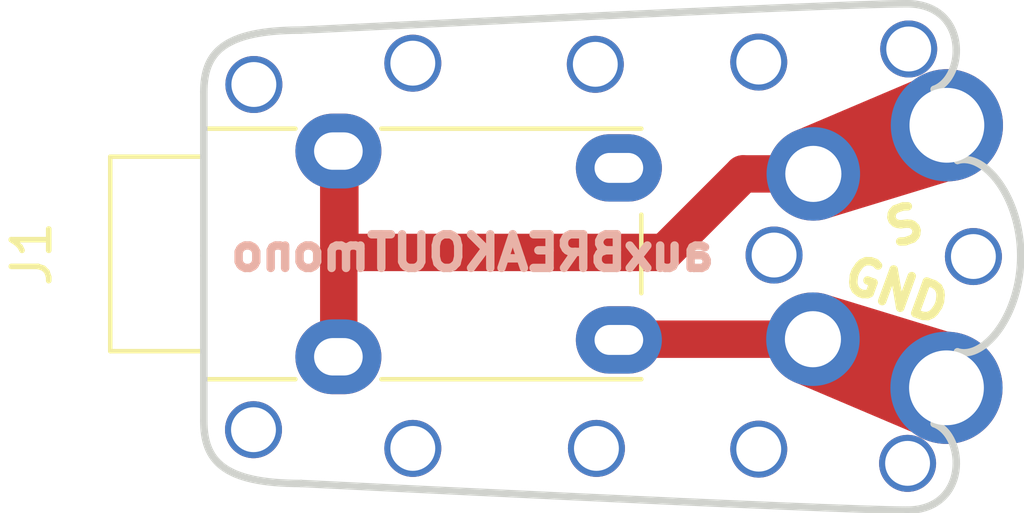
<source format=kicad_pcb>
(kicad_pcb (version 20171130) (host pcbnew "(5.1.10-1-10_14)")

  (general
    (thickness 1.6)
    (drawings 157)
    (tracks 10)
    (zones 0)
    (modules 15)
    (nets 4)
  )

  (page A4)
  (layers
    (0 F.Cu signal)
    (31 B.Cu signal)
    (32 B.Adhes user)
    (33 F.Adhes user)
    (34 B.Paste user)
    (35 F.Paste user)
    (36 B.SilkS user)
    (37 F.SilkS user)
    (38 B.Mask user)
    (39 F.Mask user)
    (40 Dwgs.User user hide)
    (41 Cmts.User user)
    (42 Eco1.User user)
    (43 Eco2.User user)
    (44 Edge.Cuts user)
    (45 Margin user)
    (46 B.CrtYd user hide)
    (47 F.CrtYd user hide)
    (48 B.Fab user hide)
    (49 F.Fab user hide)
  )

  (setup
    (last_trace_width 0.25)
    (user_trace_width 1)
    (trace_clearance 0.2)
    (zone_clearance 0.508)
    (zone_45_only no)
    (trace_min 0.2)
    (via_size 0.8)
    (via_drill 0.4)
    (via_min_size 0.4)
    (via_min_drill 0.3)
    (uvia_size 0.3)
    (uvia_drill 0.1)
    (uvias_allowed no)
    (uvia_min_size 0.2)
    (uvia_min_drill 0.1)
    (edge_width 0.05)
    (segment_width 0.2)
    (pcb_text_width 0.3)
    (pcb_text_size 1.5 1.5)
    (mod_edge_width 0.12)
    (mod_text_size 1 1)
    (mod_text_width 0.15)
    (pad_size 1.524 1.524)
    (pad_drill 1.2)
    (pad_to_mask_clearance 0)
    (aux_axis_origin 0 0)
    (visible_elements FFFFFF7F)
    (pcbplotparams
      (layerselection 0x010fc_ffffffff)
      (usegerberextensions false)
      (usegerberattributes true)
      (usegerberadvancedattributes true)
      (creategerberjobfile true)
      (excludeedgelayer true)
      (linewidth 0.100000)
      (plotframeref false)
      (viasonmask false)
      (mode 1)
      (useauxorigin false)
      (hpglpennumber 1)
      (hpglpenspeed 20)
      (hpglpendiameter 15.000000)
      (psnegative false)
      (psa4output false)
      (plotreference true)
      (plotvalue true)
      (plotinvisibletext false)
      (padsonsilk false)
      (subtractmaskfromsilk false)
      (outputformat 1)
      (mirror false)
      (drillshape 1)
      (scaleselection 1)
      (outputdirectory ""))
  )

  (net 0 "")
  (net 1 "Net-(J1-PadR)")
  (net 2 "Net-(J1-PadS)")
  (net 3 "Net-(J1-PadT)")

  (net_class Default "This is the default net class."
    (clearance 0.2)
    (trace_width 0.25)
    (via_dia 0.8)
    (via_drill 0.4)
    (uvia_dia 0.3)
    (uvia_drill 0.1)
    (add_net "Net-(J1-PadR)")
    (add_net "Net-(J1-PadS)")
    (add_net "Net-(J1-PadT)")
  )

  (module Connecetors_sewing:hole_mounting_sewing_1.5mm (layer F.Cu) (tedit 615C4138) (tstamp 615C45C4)
    (at 213.94 -40.78)
    (fp_text reference REF** (at 0.4 -2.8) (layer Dwgs.User) hide
      (effects (font (size 1 1) (thickness 0.15)))
    )
    (fp_text value hole (at 0 2.4) (layer F.Fab) hide
      (effects (font (size 1 1) (thickness 0.15)))
    )
    (pad "" np_thru_hole circle (at 0 0) (size 1.524 1.524) (drill 1.2) (layers *.Cu *.Mask))
  )

  (module Connecetors_sewing:hole_mounting_sewing_1.5mm (layer F.Cu) (tedit 615C4138) (tstamp 615C45BC)
    (at 219.27 -40.74)
    (fp_text reference REF** (at 0.4 -2.8) (layer Dwgs.User) hide
      (effects (font (size 1 1) (thickness 0.15)))
    )
    (fp_text value hole (at 0 2.4) (layer F.Fab) hide
      (effects (font (size 1 1) (thickness 0.15)))
    )
    (pad "" np_thru_hole circle (at 0 0) (size 1.524 1.524) (drill 1.2) (layers *.Cu *.Mask))
  )

  (module Connecetors_sewing:pad_sew-edge-3x3.5mm (layer F.Cu) (tedit 615C3A42) (tstamp 615C2671)
    (at 214.99 -42.95 20)
    (path /616FBD41)
    (fp_text reference U2 (at 0 -2 20) (layer F.SilkS) hide
      (effects (font (size 1 1) (thickness 0.15)))
    )
    (fp_text value pad_2hole (at 0.4 2.2 20) (layer F.Fab) hide
      (effects (font (size 1 1) (thickness 0.15)))
    )
    (fp_poly (pts (xy 3.8 -1.2) (xy 3 -1) (xy 2.6 -0.4) (xy 2.6 0.2)
      (xy 2.8 0.6) (xy 3.2 1.2) (xy 3.8 1.2) (xy 3.8 1.4)
      (xy 0 1.2) (xy 0 1) (xy 0.8 0.6) (xy 1 0.2)
      (xy 1 0) (xy 0.8 -0.4) (xy 0.8 -0.8) (xy 0 -1)
      (xy 0 -1.2) (xy 3.8 -1.4)) (layer F.Cu) (width 0.1))
    (fp_poly (pts (xy 3.6 -1.2) (xy 2.8 -1) (xy 2.4 -0.4) (xy 2.4 0.2)
      (xy 2.6 0.6) (xy 3 1.2) (xy 3.6 1.2) (xy 3.6 1.4)
      (xy -0.2 1.2) (xy -0.2 1) (xy 0.6 0.6) (xy 0.8 0.2)
      (xy 0.8 0) (xy 0.6 -0.4) (xy 0.6 -0.8) (xy -0.2 -1)
      (xy -0.2 -1.2) (xy 3.6 -1.4)) (layer F.Mask) (width 0.1))
    (pad 1 thru_hole circle (at 0 0 20) (size 2.5 2.5) (drill 1.5) (layers *.Cu *.Mask)
      (net 3 "Net-(J1-PadT)"))
    (pad 2 thru_hole circle (at 3.8 0 20) (size 3 3) (drill 2) (layers *.Cu *.Mask))
  )

  (module Connecetors_sewing:hole_mounting_sewing_1.5mm (layer F.Cu) (tedit 615C4164) (tstamp 615C2932)
    (at 213.53 -45.94)
    (fp_text reference REF** (at 0.4 -2.8) (layer Dwgs.User) hide
      (effects (font (size 1 1) (thickness 0.15)))
    )
    (fp_text value hole (at 0 2.4) (layer F.Fab) hide
      (effects (font (size 1 1) (thickness 0.15)))
    )
    (pad "" np_thru_hole circle (at 0 0) (size 1.524 1.524) (drill 1.2) (layers *.Cu *.Mask))
  )

  (module Connecetors_sewing:hole_mounting_sewing_1.5mm (layer F.Cu) (tedit 615C4138) (tstamp 615C29F8)
    (at 217.51 -35.21)
    (fp_text reference REF** (at 0.4 -2.8) (layer F.SilkS) hide
      (effects (font (size 1 1) (thickness 0.15)))
    )
    (fp_text value hole (at 0 2.4) (layer F.Fab)
      (effects (font (size 1 1) (thickness 0.15)))
    )
    (pad "" np_thru_hole circle (at 0 0) (size 1.524 1.524) (drill 1.2) (layers *.Cu *.Mask))
  )

  (module Connecetors_sewing:hole_mounting_sewing_1.5mm (layer F.Cu) (tedit 615C4138) (tstamp 615C29D7)
    (at 213.53 -35.59)
    (fp_text reference REF** (at 0.4 -2.8) (layer F.SilkS) hide
      (effects (font (size 1 1) (thickness 0.15)))
    )
    (fp_text value hole (at 0 2.4) (layer F.Fab)
      (effects (font (size 1 1) (thickness 0.15)))
    )
    (pad "" np_thru_hole circle (at 0 0) (size 1.524 1.524) (drill 1.2) (layers *.Cu *.Mask))
  )

  (module Connecetors_sewing:hole_mounting_sewing_1.5mm (layer F.Cu) (tedit 615C4138) (tstamp 615C29B6)
    (at 209.19 -35.61)
    (fp_text reference REF** (at 0.4 -2.8) (layer F.SilkS) hide
      (effects (font (size 1 1) (thickness 0.15)))
    )
    (fp_text value hole (at 0 2.4) (layer F.Fab)
      (effects (font (size 1 1) (thickness 0.15)))
    )
    (pad "" np_thru_hole circle (at 0 0) (size 1.524 1.524) (drill 1.2) (layers *.Cu *.Mask))
  )

  (module Connecetors_sewing:hole_mounting_sewing_1.5mm (layer F.Cu) (tedit 615C4138) (tstamp 615C2995)
    (at 204.28 -35.61)
    (fp_text reference REF** (at 0.4 -2.8) (layer F.SilkS) hide
      (effects (font (size 1 1) (thickness 0.15)))
    )
    (fp_text value hole (at 0 2.4) (layer F.Fab)
      (effects (font (size 1 1) (thickness 0.15)))
    )
    (pad "" np_thru_hole circle (at 0 0) (size 1.524 1.524) (drill 1.2) (layers *.Cu *.Mask))
  )

  (module Connecetors_sewing:hole_mounting_sewing_1.5mm (layer F.Cu) (tedit 615C4138) (tstamp 615C2974)
    (at 200.02 -36.11)
    (fp_text reference REF** (at 0.4 -2.8) (layer F.SilkS) hide
      (effects (font (size 1 1) (thickness 0.15)))
    )
    (fp_text value hole (at 0 2.4) (layer F.Fab)
      (effects (font (size 1 1) (thickness 0.15)))
    )
    (pad "" np_thru_hole circle (at 0 0) (size 1.524 1.524) (drill 1.2) (layers *.Cu *.Mask))
  )

  (module Connecetors_sewing:hole_mounting_sewing_1.5mm (layer F.Cu) (tedit 615C415F) (tstamp 615C2953)
    (at 217.54 -46.29)
    (fp_text reference REF** (at 0.4 -2.8) (layer F.SilkS) hide
      (effects (font (size 1 1) (thickness 0.15)))
    )
    (fp_text value hole (at 0 2.4) (layer F.Fab)
      (effects (font (size 1 1) (thickness 0.15)))
    )
    (pad "" np_thru_hole circle (at 0 0) (size 1.524 1.524) (drill 1.2) (layers *.Cu *.Mask))
  )

  (module Connecetors_sewing:hole_mounting_sewing_1.5mm (layer F.Cu) (tedit 615C4138) (tstamp 615C2911)
    (at 209.16 -45.88)
    (fp_text reference REF** (at 0.4 -2.8) (layer Dwgs.User)
      (effects (font (size 1 1) (thickness 0.15)))
    )
    (fp_text value hole (at 0 2.4) (layer F.Fab)
      (effects (font (size 1 1) (thickness 0.15)))
    )
    (pad "" np_thru_hole circle (at 0 0) (size 1.524 1.524) (drill 1.2) (layers *.Cu *.Mask))
  )

  (module Connecetors_sewing:hole_mounting_sewing_1.5mm (layer F.Cu) (tedit 615C4138) (tstamp 615C28D9)
    (at 204.28 -45.91)
    (fp_text reference REF** (at 0.4 -2.8) (layer Dwgs.User) hide
      (effects (font (size 1 1) (thickness 0.15)))
    )
    (fp_text value hole (at 0 2.4) (layer F.Fab)
      (effects (font (size 1 1) (thickness 0.15)))
    )
    (pad "" np_thru_hole circle (at 0 0) (size 1.524 1.524) (drill 1.2) (layers *.Cu *.Mask))
  )

  (module Connecetors_sewing:hole_mounting_sewing_1.5mm (layer F.Cu) (tedit 615C4138) (tstamp 615C28B8)
    (at 200.03 -45.34)
    (fp_text reference REF** (at 0.4 -2.8) (layer F.SilkS) hide
      (effects (font (size 1 1) (thickness 0.15)))
    )
    (fp_text value hole (at 0 2.4) (layer F.Fab)
      (effects (font (size 1 1) (thickness 0.15)))
    )
    (pad "" np_thru_hole circle (at 0 0) (size 1.524 1.524) (drill 1.2) (layers *.Cu *.Mask))
  )

  (module Jack_3.5mm_Lum:Jack_3.5mm_Lumberg_1503_07_Horizontal (layer F.Cu) (tedit 615847D5) (tstamp 615C2663)
    (at 202.29 -38.06 90)
    (descr "TRS 3.5mm, horizontal, through-hole, https://downloads.lumberg.com/datenblaetter/en/1503_07.pdf")
    (tags "TRS audio jack horizontal")
    (path /616FA79C)
    (fp_text reference J1 (at 2.75 -8.2 90 unlocked) (layer F.SilkS)
      (effects (font (size 1 1) (thickness 0.15)))
    )
    (fp_text value AudioPlug3 (at 2.7 10.475 90 unlocked) (layer F.Fab)
      (effects (font (size 1 1) (thickness 0.15)))
    )
    (fp_text user %R (at 2.75 1.025 90 unlocked) (layer F.Fab)
      (effects (font (size 1 1) (thickness 0.15)))
    )
    (fp_line (start -0.5 8) (end -0.5 -3.5) (layer F.Fab) (width 0.1))
    (fp_line (start 0.25 -6) (end 0.25 -3.5) (layer F.Fab) (width 0.1))
    (fp_line (start 6 -3.5) (end 6 8) (layer F.Fab) (width 0.1))
    (fp_line (start 5.25 -3.5) (end 6 -3.5) (layer F.Fab) (width 0.1))
    (fp_line (start 0.25 -6) (end 5.25 -6) (layer F.Fab) (width 0.1))
    (fp_line (start -0.5 8) (end 6 8) (layer F.Fab) (width 0.1))
    (fp_line (start -0.5 -3.5) (end 0.25 -3.5) (layer F.Fab) (width 0.1))
    (fp_line (start 5.25 -3.5) (end 5.25 -6) (layer F.Fab) (width 0.1))
    (fp_line (start -1.5 9.15) (end 7 9.15) (layer F.CrtYd) (width 0.05))
    (fp_line (start -1.5 -6.5) (end 7 -6.5) (layer F.CrtYd) (width 0.05))
    (fp_line (start -1.5 9.15) (end -1.5 -6.5) (layer F.CrtYd) (width 0.05))
    (fp_line (start 7 -6.5) (end 7 9.15) (layer F.CrtYd) (width 0.05))
    (fp_line (start 1.7 8.1) (end 3.8 8.1) (layer F.SilkS) (width 0.12))
    (fp_line (start 0.15 -3.6) (end -0.6 -3.6) (layer F.SilkS) (width 0.12))
    (fp_line (start 0.15 -6.1) (end 0.15 -3.6) (layer F.SilkS) (width 0.12))
    (fp_line (start -0.6 -3.6) (end -0.6 -1.15) (layer F.SilkS) (width 0.12))
    (fp_line (start 6.1 1.15) (end 6.1 8.1) (layer F.SilkS) (width 0.12))
    (fp_line (start 5.35 -6.1) (end 5.35 -3.6) (layer F.SilkS) (width 0.12))
    (fp_line (start 6.1 -3.6) (end 6.1 -1.15) (layer F.SilkS) (width 0.12))
    (fp_line (start -0.6 1.15) (end -0.6 8.1) (layer F.SilkS) (width 0.12))
    (fp_line (start 0.15 -6.1) (end 5.35 -6.1) (layer F.SilkS) (width 0.12))
    (fp_line (start 5.35 -3.6) (end 6.1 -3.6) (layer F.SilkS) (width 0.12))
    (pad T thru_hole oval (at 5.5 0 90) (size 2 2.3) (drill oval 1 1.3) (layers *.Cu *.Mask)
      (net 3 "Net-(J1-PadT)"))
    (pad T thru_hole oval (at 0 0 90) (size 2 2.3) (drill oval 1 1.3) (layers *.Cu *.Mask)
      (net 3 "Net-(J1-PadT)"))
    (pad S thru_hole oval (at 0.45 7.5 90) (size 1.8 2.3) (drill oval 0.8 1.3) (layers *.Cu *.Mask)
      (net 2 "Net-(J1-PadS)"))
    (pad R thru_hole oval (at 5.05 7.5 90) (size 1.8 2.3) (drill oval 0.8 1.3) (layers *.Cu *.Mask)
      (net 1 "Net-(J1-PadR)"))
    (pad "" np_thru_hole circle (at 0.25 3.5 90) (size 1.1 1.1) (drill 1.1) (layers F&B.Cu *.Mask))
    (pad "" np_thru_hole circle (at 5.25 3.5 90) (size 1.1 1.1) (drill 1.1) (layers F&B.Cu *.Mask))
    (model ${KISYS3DMOD}/Connector_Audio.3dshapes/Jack_3.5mm_Lumberg_1503_07_Horizontal.wrl
      (at (xyz 0 0 0))
      (scale (xyz 1 1 1))
      (rotate (xyz 0 0 0))
    )
  )

  (module Connecetors_sewing:pad_sew-edge-3x3.5mm (layer F.Cu) (tedit 615C3A42) (tstamp 615C266A)
    (at 214.979168 -38.529677 340)
    (path /616FB554)
    (fp_text reference U1 (at 0 -2 160) (layer F.SilkS) hide
      (effects (font (size 1 1) (thickness 0.15)))
    )
    (fp_text value pad_2hole (at 0.4 2.2 160) (layer F.Fab)
      (effects (font (size 1 1) (thickness 0.15)))
    )
    (fp_poly (pts (xy 3.8 -1.2) (xy 3 -1) (xy 2.6 -0.4) (xy 2.6 0.2)
      (xy 2.8 0.6) (xy 3.2 1.2) (xy 3.8 1.2) (xy 3.8 1.4)
      (xy 0 1.2) (xy 0 1) (xy 0.8 0.6) (xy 1 0.2)
      (xy 1 0) (xy 0.8 -0.4) (xy 0.8 -0.8) (xy 0 -1)
      (xy 0 -1.2) (xy 3.8 -1.4)) (layer F.Cu) (width 0.1))
    (fp_poly (pts (xy 3.6 -1.2) (xy 2.8 -1) (xy 2.4 -0.4) (xy 2.4 0.2)
      (xy 2.6 0.6) (xy 3 1.2) (xy 3.6 1.2) (xy 3.6 1.4)
      (xy -0.2 1.2) (xy -0.2 1) (xy 0.6 0.6) (xy 0.8 0.2)
      (xy 0.8 0) (xy 0.6 -0.4) (xy 0.6 -0.8) (xy -0.2 -1)
      (xy -0.2 -1.2) (xy 3.6 -1.4)) (layer F.Mask) (width 0.1))
    (pad 1 thru_hole circle (at 0 0 340) (size 2.5 2.5) (drill 1.5) (layers *.Cu *.Mask)
      (net 2 "Net-(J1-PadS)"))
    (pad 2 thru_hole circle (at 3.8 0 340) (size 3 3) (drill 2) (layers *.Cu *.Mask))
  )

  (gr_curve (pts (xy 217.491025 -47.499805) (xy 219.133301 -47.499805) (xy 219.085165 -45.529669) (xy 218.22 -45.21)) (layer Edge.Cuts) (width 0.2))
  (gr_curve (pts (xy 220.535391 -40.755505) (xy 220.535391 -39.183853) (xy 219.564654 -37.970829) (xy 218.843953 -38.192212)) (layer Edge.Cuts) (width 0.2))
  (gr_curve (pts (xy 218.22 -36.272206) (xy 219.085165 -35.949251) (xy 219.133301 -33.958863) (xy 217.491025 -33.958863)) (layer Edge.Cuts) (width 0.2))
  (gr_curve (pts (xy 218.843953 -38.192212) (xy 218.843953 -38.192212) (xy 218.22 -36.272206) (xy 218.22 -36.272206)) (layer Edge.Cuts) (width 0.2))
  (gr_curve (pts (xy 217.491025 -33.958863) (xy 215.505076 -33.958863) (xy 201.290794 -34.671672) (xy 201.290794 -34.671672)) (layer Edge.Cuts) (width 0.2))
  (gr_curve (pts (xy 198.691093 -36.350557) (xy 198.691093 -37.406002) (xy 198.691162 -40.755505) (xy 198.691162 -40.755505)) (layer Edge.Cuts) (width 0.2))
  (gr_curve (pts (xy 201.290794 -46.794249) (xy 201.290794 -46.794249) (xy 215.505076 -47.499805) (xy 217.491025 -47.499805)) (layer Edge.Cuts) (width 0.2))
  (gr_curve (pts (xy 201.290794 -34.671672) (xy 199.191162 -34.671672) (xy 198.691093 -35.295111) (xy 198.691093 -36.350557)) (layer Edge.Cuts) (width 0.2))
  (gr_curve (pts (xy 198.691162 -40.772317) (xy 198.691162 -40.772317) (xy 198.691093 -44.08774) (xy 198.691093 -45.132447)) (layer Edge.Cuts) (width 0.2))
  (gr_curve (pts (xy 198.691093 -45.132447) (xy 198.691093 -46.177153) (xy 199.191162 -46.794249) (xy 201.290794 -46.794249)) (layer Edge.Cuts) (width 0.2))
  (gr_curve (pts (xy 218.843953 -43.30953) (xy 219.564654 -43.530913) (xy 220.535391 -42.327158) (xy 220.535391 -40.755505)) (layer Edge.Cuts) (width 0.2))
  (gr_curve (pts (xy 218.22 -45.21) (xy 218.22 -45.21) (xy 218.843953 -43.30953) (xy 218.843953 -43.30953)) (layer Edge.Cuts) (width 0.2))
  (gr_curve (pts (xy 218.242489 -36.284777) (xy 218.242489 -36.284777) (xy 215.770237 -37.104798) (xy 215.770237 -37.104798)) (layer Dwgs.User) (width 0.2))
  (gr_curve (pts (xy 217.604361 -37.55992) (xy 217.432061 -37.029725) (xy 217.717761 -36.458824) (xy 218.242489 -36.284777)) (layer Dwgs.User) (width 0.2))
  (gr_line (start 211.413582 -42.625311) (end 211.413582 -43.425311) (layer Dwgs.User) (width 0.2))
  (gr_line (start 211.413582 -43.425311) (end 212.713582 -43.425311) (layer Dwgs.User) (width 0.2))
  (gr_curve (pts (xy 216.165156 -43.487889) (xy 216.294363 -43.094344) (xy 216.080074 -42.670568) (xy 215.686528 -42.541361)) (layer Dwgs.User) (width 0.2))
  (gr_line (start 198.713582 -43.229348) (end 201.313283 -43.229348) (layer Dwgs.User) (width 0.2))
  (gr_line (start 212.713582 -38.875311) (end 212.713582 -38.075311) (layer Dwgs.User) (width 0.2))
  (gr_line (start 198.713582 -38.271348) (end 198.713582 -43.229348) (layer Dwgs.User) (width 0.2))
  (gr_line (start 201.313283 -38.271348) (end 198.713582 -38.271348) (layer Dwgs.User) (width 0.2))
  (gr_line (start 205.41623 -43.600311) (end 204.11623 -43.600311) (layer Dwgs.User) (width 0.2))
  (gr_curve (pts (xy 214.74 -43.019989) (xy 214.610793 -43.413535) (xy 214.825082 -43.83731) (xy 215.218628 -43.966517)) (layer Dwgs.User) (width 0.2))
  (gr_curve (pts (xy 215.686528 -42.541361) (xy 215.292982 -42.412154) (xy 214.869207 -42.626443) (xy 214.74 -43.019989)) (layer Dwgs.User) (width 0.2))
  (gr_curve (pts (xy 218.242489 -45.222571) (xy 218.242489 -45.222571) (xy 215.770237 -44.410893) (xy 215.770237 -44.410893)) (layer Dwgs.User) (width 0.2))
  (gr_line (start 201.313283 -43.229348) (end 201.313283 -38.271348) (layer Dwgs.User) (width 0.2))
  (gr_line (start 204.11623 -37.910729) (end 205.41623 -37.910729) (layer Dwgs.User) (width 0.2))
  (gr_line (start 205.41623 -44.600311) (end 205.41623 -43.600311) (layer Dwgs.User) (width 0.2))
  (gr_curve (pts (xy 218.866442 -38.204783) (xy 219.587143 -37.9834) (xy 220.55788 -39.196424) (xy 220.55788 -40.768076)) (layer Dwgs.User) (width 0.2))
  (gr_curve (pts (xy 217.12154 -43.781823) (xy 217.379957 -42.994721) (xy 218.227507 -42.56616) (xy 219.014589 -42.824571)) (layer Dwgs.User) (width 0.2))
  (gr_curve (pts (xy 218.078792 -45.674872) (xy 217.29171 -45.416462) (xy 216.863122 -44.568925) (xy 217.12154 -43.781823)) (layer Dwgs.User) (width 0.2))
  (gr_curve (pts (xy 216.157504 -43.464961) (xy 216.28671 -43.07142) (xy 216.072419 -42.647641) (xy 215.678858 -42.518429)) (layer Dwgs.User) (width 0.2))
  (gr_curve (pts (xy 215.210959 -43.94358) (xy 215.604521 -44.072792) (xy 216.028299 -43.858501) (xy 216.157504 -43.464961)) (layer Dwgs.User) (width 0.2))
  (gr_line (start 211.413582 -38.875311) (end 212.713582 -38.875311) (layer Dwgs.User) (width 0.2))
  (gr_curve (pts (xy 215.770237 -44.410893) (xy 214.745393 -44.074422) (xy 214.577507 -43.548009) (xy 214.749807 -43.023209)) (layer Dwgs.User) (width 0.2))
  (gr_curve (pts (xy 203.523634 -35.605418) (xy 203.523634 -35.186947) (xy 203.85942 -34.847709) (xy 204.273634 -34.847709)) (layer Dwgs.User) (width 0.2))
  (gr_curve (pts (xy 215.686528 -38.993548) (xy 215.292982 -39.124083) (xy 214.869207 -38.907591) (xy 214.74 -38.51)) (layer Dwgs.User) (width 0.2))
  (gr_curve (pts (xy 217.513514 -35.961822) (xy 217.099301 -35.961822) (xy 216.763514 -35.622584) (xy 216.763514 -35.204113)) (layer Dwgs.User) (width 0.2))
  (gr_curve (pts (xy 218.263514 -35.204113) (xy 218.263514 -35.622584) (xy 217.927728 -35.961822) (xy 217.513514 -35.961822)) (layer Dwgs.User) (width 0.2))
  (gr_curve (pts (xy 213.519137 -34.802807) (xy 213.933351 -34.802807) (xy 214.269137 -35.142045) (xy 214.269137 -35.560517)) (layer Dwgs.User) (width 0.2))
  (gr_curve (pts (xy 198.713582 -45.145018) (xy 198.713582 -46.189724) (xy 199.213651 -46.80682) (xy 201.313283 -46.80682)) (layer Dwgs.User) (width 0.2))
  (gr_curve (pts (xy 198.713651 -40.784888) (xy 198.713651 -40.784888) (xy 198.713582 -44.100311) (xy 198.713582 -45.145018)) (layer Dwgs.User) (width 0.2))
  (gr_curve (pts (xy 216.39419 -39.024804) (xy 216.39419 -39.024804) (xy 218.866442 -38.204783) (xy 218.866442 -38.204783)) (layer Dwgs.User) (width 0.2))
  (gr_curve (pts (xy 214.749807 -38.506747) (xy 214.922106 -39.036942) (xy 215.369346 -39.364735) (xy 216.39419 -39.024804)) (layer Dwgs.User) (width 0.2))
  (gr_curve (pts (xy 216.165156 -38.03729) (xy 216.294363 -38.434881) (xy 216.080074 -38.863013) (xy 215.686528 -38.993548)) (layer Dwgs.User) (width 0.2))
  (gr_curve (pts (xy 216.39419 -42.510423) (xy 216.39419 -42.510423) (xy 218.866442 -43.322101) (xy 218.866442 -43.322101)) (layer Dwgs.User) (width 0.2))
  (gr_line (start 204.11623 -43.600311) (end 204.11623 -44.600311) (layer Dwgs.User) (width 0.2))
  (gr_curve (pts (xy 208.678747 -43.229348) (xy 208.678747 -43.522059) (xy 208.441458 -43.759348) (xy 208.148747 -43.759348)) (layer Dwgs.User) (width 0.2))
  (gr_curve (pts (xy 208.148747 -38.801348) (xy 207.856036 -38.801348) (xy 207.618747 -38.564059) (xy 207.618747 -38.271348)) (layer Dwgs.User) (width 0.2))
  (gr_curve (pts (xy 219.971862 -44.717627) (xy 219.713444 -45.504729) (xy 218.865894 -45.93329) (xy 218.078792 -45.674872)) (layer Dwgs.User) (width 0.2))
  (gr_curve (pts (xy 219.014589 -42.824571) (xy 219.801691 -43.082988) (xy 220.230279 -43.930525) (xy 219.971862 -44.717627)) (layer Dwgs.User) (width 0.2))
  (gr_curve (pts (xy 215.770237 -37.104798) (xy 214.745393 -37.444728) (xy 214.577507 -37.976552) (xy 214.749807 -38.506747)) (layer Dwgs.User) (width 0.2))
  (gr_curve (pts (xy 218.078792 -35.827826) (xy 217.29171 -36.088893) (xy 216.863122 -36.945142) (xy 217.12154 -37.740335)) (layer Dwgs.User) (width 0.2))
  (gr_curve (pts (xy 216.157504 -38.060455) (xy 216.28671 -38.458041) (xy 216.072419 -38.886175) (xy 215.678858 -39.016716)) (layer Dwgs.User) (width 0.2))
  (gr_curve (pts (xy 215.210959 -37.576915) (xy 215.604521 -37.446375) (xy 216.028299 -37.662868) (xy 216.157504 -38.060455)) (layer Dwgs.User) (width 0.2))
  (gr_curve (pts (xy 214.732333 -38.53317) (xy 214.603128 -38.135583) (xy 214.817419 -37.707449) (xy 215.210959 -37.576915)) (layer Dwgs.User) (width 0.2))
  (gr_curve (pts (xy 215.678858 -39.016716) (xy 215.285317 -39.147249) (xy 214.861539 -38.930756) (xy 214.732333 -38.53317)) (layer Dwgs.User) (width 0.2))
  (gr_curve (pts (xy 216.632548 -37.902887) (xy 216.417203 -37.240237) (xy 215.710917 -36.879403) (xy 215.054989 -37.096968)) (layer Dwgs.User) (width 0.2))
  (gr_curve (pts (xy 215.834828 -39.496663) (xy 216.490757 -39.279098) (xy 216.847892 -38.565538) (xy 216.632548 -37.902887)) (layer Dwgs.User) (width 0.2))
  (gr_curve (pts (xy 214.25729 -38.690737) (xy 214.472634 -39.353387) (xy 215.17892 -39.714221) (xy 215.834828 -39.496663)) (layer Dwgs.User) (width 0.2))
  (gr_curve (pts (xy 218.866442 -43.322101) (xy 219.587143 -43.543484) (xy 220.55788 -42.339729) (xy 220.55788 -40.768076)) (layer Dwgs.User) (width 0.2))
  (gr_curve (pts (xy 217.513514 -34.446403) (xy 217.927728 -34.446403) (xy 218.263514 -34.785641) (xy 218.263514 -35.204113)) (layer Dwgs.User) (width 0.2))
  (gr_line (start 198.713582 -37.400311) (end 198.713582 -44.100311) (layer Dwgs.User) (width 0.2))
  (gr_curve (pts (xy 218.866442 -38.204783) (xy 218.341714 -38.37883) (xy 217.776661 -38.090115) (xy 217.604361 -37.55992)) (layer Dwgs.User) (width 0.2))
  (gr_curve (pts (xy 215.054989 -44.418644) (xy 214.399081 -44.203299) (xy 214.041945 -43.497) (xy 214.25729 -42.841092)) (layer Dwgs.User) (width 0.2))
  (gr_line (start 211.413582 -38.075311) (end 211.413582 -38.875311) (layer Dwgs.User) (width 0.2))
  (gr_line (start 198.713582 -44.100311) (end 212.713582 -44.100311) (layer Dwgs.User) (width 0.2))
  (gr_curve (pts (xy 200.013433 -46.100311) (xy 200.427646 -46.100311) (xy 200.763433 -45.764525) (xy 200.763433 -45.350311)) (layer Dwgs.User) (width 0.2))
  (gr_curve (pts (xy 199.263433 -45.350311) (xy 199.263433 -45.764525) (xy 199.599219 -46.100311) (xy 200.013433 -46.100311)) (layer Dwgs.User) (width 0.2))
  (gr_curve (pts (xy 200.013433 -44.600311) (xy 199.599219 -44.600311) (xy 199.263433 -44.936097) (xy 199.263433 -45.350311)) (layer Dwgs.User) (width 0.2))
  (gr_curve (pts (xy 200.763433 -45.350311) (xy 200.763433 -44.936097) (xy 200.427646 -44.600311) (xy 200.013433 -44.600311)) (layer Dwgs.User) (width 0.2))
  (gr_curve (pts (xy 219.496798 -36.952486) (xy 219.669076 -37.482614) (xy 219.38336 -38.053451) (xy 218.858625 -38.227501)) (layer Dwgs.User) (width 0.2))
  (gr_curve (pts (xy 218.234756 -36.307753) (xy 218.759491 -36.133704) (xy 219.32452 -36.422357) (xy 219.496798 -36.952486)) (layer Dwgs.User) (width 0.2))
  (gr_curve (pts (xy 217.596604 -37.582761) (xy 217.424325 -37.052632) (xy 217.710042 -36.481795) (xy 218.234756 -36.307753)) (layer Dwgs.User) (width 0.2))
  (gr_curve (pts (xy 218.858625 -38.227501) (xy 218.333911 -38.401543) (xy 217.768882 -38.11289) (xy 217.596604 -37.582761)) (layer Dwgs.User) (width 0.2))
  (gr_curve (pts (xy 219.971862 -36.794912) (xy 219.713444 -35.999719) (xy 218.865894 -35.566752) (xy 218.078792 -35.827826)) (layer Dwgs.User) (width 0.2))
  (gr_curve (pts (xy 214.269137 -35.560517) (xy 214.269137 -35.978988) (xy 213.933351 -36.318226) (xy 213.519137 -36.318226)) (layer Dwgs.User) (width 0.2))
  (gr_curve (pts (xy 209.17919 -34.847709) (xy 209.593403 -34.847709) (xy 209.92919 -35.186947) (xy 209.92919 -35.605418)) (layer Dwgs.User) (width 0.2))
  (gr_curve (pts (xy 208.42919 -35.605418) (xy 208.42919 -35.186947) (xy 208.764976 -34.847709) (xy 209.17919 -34.847709)) (layer Dwgs.User) (width 0.2))
  (gr_curve (pts (xy 209.17919 -36.363128) (xy 208.764976 -36.363128) (xy 208.42919 -36.02389) (xy 208.42919 -35.605418)) (layer Dwgs.User) (width 0.2))
  (gr_curve (pts (xy 209.92919 -35.605418) (xy 209.92919 -36.02389) (xy 209.593403 -36.363128) (xy 209.17919 -36.363128)) (layer Dwgs.User) (width 0.2))
  (gr_curve (pts (xy 204.273634 -34.847709) (xy 204.687848 -34.847709) (xy 205.023634 -35.186947) (xy 205.023634 -35.605418)) (layer Dwgs.User) (width 0.2))
  (gr_curve (pts (xy 216.632548 -43.620925) (xy 216.417203 -44.276833) (xy 215.710917 -44.633995) (xy 215.054989 -44.418644)) (layer Dwgs.User) (width 0.2))
  (gr_curve (pts (xy 215.834828 -42.043365) (xy 216.490757 -42.258717) (xy 216.847892 -42.965016) (xy 216.632548 -43.620925)) (layer Dwgs.User) (width 0.2))
  (gr_curve (pts (xy 214.25729 -42.841092) (xy 214.472634 -42.185183) (xy 215.17892 -41.828021) (xy 215.834828 -42.043365)) (layer Dwgs.User) (width 0.2))
  (gr_line (start 212.713582 -44.100311) (end 212.713582 -37.400311) (layer Dwgs.User) (width 0.2))
  (gr_curve (pts (xy 215.054989 -37.096968) (xy 214.399081 -37.314526) (xy 214.041945 -38.028086) (xy 214.25729 -38.690737)) (layer Dwgs.User) (width 0.2))
  (gr_curve (pts (xy 217.513514 -33.971434) (xy 219.15579 -33.971434) (xy 219.107654 -35.961822) (xy 218.242489 -36.284777)) (layer Dwgs.User) (width 0.2))
  (gr_curve (pts (xy 201.313283 -34.684243) (xy 201.313283 -34.684243) (xy 215.527565 -33.971434) (xy 217.513514 -33.971434)) (layer Dwgs.User) (width 0.2))
  (gr_curve (pts (xy 198.713582 -36.363128) (xy 198.713582 -35.307682) (xy 199.213651 -34.684243) (xy 201.313283 -34.684243)) (layer Dwgs.User) (width 0.2))
  (gr_curve (pts (xy 198.713651 -40.768076) (xy 198.713651 -40.768076) (xy 198.713582 -37.418573) (xy 198.713582 -36.363128)) (layer Dwgs.User) (width 0.2))
  (gr_curve (pts (xy 219.496798 -44.561656) (xy 219.669076 -44.036922) (xy 219.38336 -43.471893) (xy 218.858625 -43.299614)) (layer Dwgs.User) (width 0.2))
  (gr_curve (pts (xy 218.234756 -45.199829) (xy 218.759491 -45.372107) (xy 219.32452 -45.086391) (xy 219.496798 -44.561656)) (layer Dwgs.User) (width 0.2))
  (gr_curve (pts (xy 217.596604 -43.937794) (xy 217.424325 -44.462529) (xy 217.710042 -45.027557) (xy 218.234756 -45.199829)) (layer Dwgs.User) (width 0.2))
  (gr_curve (pts (xy 218.858625 -43.299614) (xy 218.333911 -43.127343) (xy 217.768882 -43.413059) (xy 217.596604 -43.937794)) (layer Dwgs.User) (width 0.2))
  (gr_curve (pts (xy 214.732333 -42.997055) (xy 214.603128 -43.390596) (xy 214.817419 -43.814375) (xy 215.210959 -43.94358)) (layer Dwgs.User) (width 0.2))
  (gr_curve (pts (xy 215.678858 -42.518429) (xy 215.285317 -42.389224) (xy 214.861539 -42.603515) (xy 214.732333 -42.997055)) (layer Dwgs.User) (width 0.2))
  (gr_curve (pts (xy 218.866442 -43.322101) (xy 218.341714 -43.149825) (xy 217.776661 -43.435602) (xy 217.604361 -43.960402)) (layer Dwgs.User) (width 0.2))
  (gr_curve (pts (xy 215.218628 -43.966517) (xy 215.612174 -44.095724) (xy 216.035949 -43.881435) (xy 216.165156 -43.487889)) (layer Dwgs.User) (width 0.2))
  (gr_curve (pts (xy 219.296701 -41.500311) (xy 219.710914 -41.500311) (xy 220.046701 -41.164525) (xy 220.046701 -40.750311)) (layer Dwgs.User) (width 0.2))
  (gr_curve (pts (xy 218.546701 -40.750311) (xy 218.546701 -41.164525) (xy 218.882487 -41.500311) (xy 219.296701 -41.500311)) (layer Dwgs.User) (width 0.2))
  (gr_curve (pts (xy 219.296701 -40.000311) (xy 218.882487 -40.000311) (xy 218.546701 -40.336097) (xy 218.546701 -40.750311)) (layer Dwgs.User) (width 0.2))
  (gr_curve (pts (xy 220.046701 -40.750311) (xy 220.046701 -40.336097) (xy 219.710914 -40.000311) (xy 219.296701 -40.000311)) (layer Dwgs.User) (width 0.2))
  (gr_curve (pts (xy 217.513514 -47.04224) (xy 217.927728 -47.04224) (xy 218.263514 -46.706453) (xy 218.263514 -46.29224)) (layer Dwgs.User) (width 0.2))
  (gr_curve (pts (xy 216.763514 -46.29224) (xy 216.763514 -46.706453) (xy 217.099301 -47.04224) (xy 217.513514 -47.04224)) (layer Dwgs.User) (width 0.2))
  (gr_curve (pts (xy 217.513514 -45.54224) (xy 217.099301 -45.54224) (xy 216.763514 -45.878026) (xy 216.763514 -46.29224)) (layer Dwgs.User) (width 0.2))
  (gr_curve (pts (xy 218.263514 -46.29224) (xy 218.263514 -45.878026) (xy 217.927728 -45.54224) (xy 217.513514 -45.54224)) (layer Dwgs.User) (width 0.2))
  (gr_curve (pts (xy 213.519137 -46.689462) (xy 213.933351 -46.689462) (xy 214.269137 -46.353676) (xy 214.269137 -45.939462)) (layer Dwgs.User) (width 0.2))
  (gr_curve (pts (xy 212.769137 -45.939462) (xy 212.769137 -46.353676) (xy 213.104924 -46.689462) (xy 213.519137 -46.689462)) (layer Dwgs.User) (width 0.2))
  (gr_curve (pts (xy 217.513514 -47.512376) (xy 219.15579 -47.512376) (xy 219.107654 -45.54224) (xy 218.242489 -45.222571)) (layer Dwgs.User) (width 0.2))
  (gr_curve (pts (xy 201.313283 -46.80682) (xy 201.313283 -46.80682) (xy 215.527565 -47.512376) (xy 217.513514 -47.512376)) (layer Dwgs.User) (width 0.2))
  (gr_line (start 212.713582 -37.400311) (end 198.713582 -37.400311) (layer Dwgs.User) (width 0.2))
  (gr_line (start 204.11623 -36.910729) (end 204.11623 -37.910729) (layer Dwgs.User) (width 0.2))
  (gr_line (start 205.41623 -36.910729) (end 204.11623 -36.910729) (layer Dwgs.User) (width 0.2))
  (gr_curve (pts (xy 217.604361 -43.960402) (xy 217.432061 -44.485203) (xy 217.717761 -45.050295) (xy 218.242489 -45.222571)) (layer Dwgs.User) (width 0.2))
  (gr_line (start 212.713582 -38.075311) (end 211.413582 -38.075311) (layer Dwgs.User) (width 0.2))
  (gr_curve (pts (xy 208.678747 -38.271348) (xy 208.678747 -38.564059) (xy 208.441458 -38.801348) (xy 208.148747 -38.801348)) (layer Dwgs.User) (width 0.2))
  (gr_curve (pts (xy 214.749807 -43.023209) (xy 214.922106 -42.498409) (xy 215.369346 -42.173951) (xy 216.39419 -42.510423)) (layer Dwgs.User) (width 0.2))
  (gr_line (start 212.713582 -42.625311) (end 211.413582 -42.625311) (layer Dwgs.User) (width 0.2))
  (gr_curve (pts (xy 208.148747 -42.699348) (xy 208.441458 -42.699348) (xy 208.678747 -42.936637) (xy 208.678747 -43.229348)) (layer Dwgs.User) (width 0.2))
  (gr_curve (pts (xy 219.014589 -38.707427) (xy 219.801691 -38.446353) (xy 220.230279 -37.590105) (xy 219.971862 -36.794912)) (layer Dwgs.User) (width 0.2))
  (gr_curve (pts (xy 217.12154 -37.740335) (xy 217.379957 -38.535528) (xy 218.227507 -38.968494) (xy 219.014589 -38.707427)) (layer Dwgs.User) (width 0.2))
  (gr_line (start 212.713582 -43.425311) (end 212.713582 -42.625311) (layer Dwgs.User) (width 0.2))
  (gr_curve (pts (xy 214.269137 -45.939462) (xy 214.269137 -45.525248) (xy 213.933351 -45.189462) (xy 213.519137 -45.189462)) (layer Dwgs.User) (width 0.2))
  (gr_curve (pts (xy 209.17919 -46.645018) (xy 209.593403 -46.645018) (xy 209.92919 -46.309231) (xy 209.92919 -45.895018)) (layer Dwgs.User) (width 0.2))
  (gr_curve (pts (xy 208.42919 -45.895018) (xy 208.42919 -46.309231) (xy 208.764976 -46.645018) (xy 209.17919 -46.645018)) (layer Dwgs.User) (width 0.2))
  (gr_curve (pts (xy 209.17919 -45.145018) (xy 208.764976 -45.145018) (xy 208.42919 -45.480804) (xy 208.42919 -45.895018)) (layer Dwgs.User) (width 0.2))
  (gr_curve (pts (xy 209.92919 -45.895018) (xy 209.92919 -45.480804) (xy 209.593403 -45.145018) (xy 209.17919 -45.145018)) (layer Dwgs.User) (width 0.2))
  (gr_curve (pts (xy 204.273634 -46.645018) (xy 204.687848 -46.645018) (xy 205.023634 -46.309231) (xy 205.023634 -45.895018)) (layer Dwgs.User) (width 0.2))
  (gr_curve (pts (xy 203.523634 -45.895018) (xy 203.523634 -46.309231) (xy 203.85942 -46.645018) (xy 204.273634 -46.645018)) (layer Dwgs.User) (width 0.2))
  (gr_curve (pts (xy 204.273634 -45.145018) (xy 203.85942 -45.145018) (xy 203.523634 -45.480804) (xy 203.523634 -45.895018)) (layer Dwgs.User) (width 0.2))
  (gr_curve (pts (xy 205.023634 -45.895018) (xy 205.023634 -45.480804) (xy 204.687848 -45.145018) (xy 204.273634 -45.145018)) (layer Dwgs.User) (width 0.2))
  (gr_curve (pts (xy 212.769137 -35.560517) (xy 212.769137 -35.142045) (xy 213.104924 -34.802807) (xy 213.519137 -34.802807)) (layer Dwgs.User) (width 0.2))
  (gr_curve (pts (xy 213.519137 -36.318226) (xy 213.104924 -36.318226) (xy 212.769137 -35.978988) (xy 212.769137 -35.560517)) (layer Dwgs.User) (width 0.2))
  (gr_curve (pts (xy 216.763514 -35.204113) (xy 216.763514 -34.785641) (xy 217.099301 -34.446403) (xy 217.513514 -34.446403)) (layer Dwgs.User) (width 0.2))
  (gr_curve (pts (xy 215.218628 -37.553742) (xy 215.612174 -37.423207) (xy 216.035949 -37.639699) (xy 216.165156 -38.03729)) (layer Dwgs.User) (width 0.2))
  (gr_line (start 205.41623 -37.910729) (end 205.41623 -36.910729) (layer Dwgs.User) (width 0.2))
  (gr_line (start 204.11623 -44.600311) (end 205.41623 -44.600311) (layer Dwgs.User) (width 0.2))
  (gr_curve (pts (xy 204.273634 -36.363128) (xy 203.85942 -36.363128) (xy 203.523634 -36.02389) (xy 203.523634 -35.605418)) (layer Dwgs.User) (width 0.2))
  (gr_curve (pts (xy 205.023634 -35.605418) (xy 205.023634 -36.02389) (xy 204.687848 -36.363128) (xy 204.273634 -36.363128)) (layer Dwgs.User) (width 0.2))
  (gr_curve (pts (xy 200.013433 -35.398014) (xy 200.427646 -35.398014) (xy 200.763433 -35.737252) (xy 200.763433 -36.155724)) (layer Dwgs.User) (width 0.2))
  (gr_curve (pts (xy 199.263433 -36.155724) (xy 199.263433 -35.737252) (xy 199.599219 -35.398014) (xy 200.013433 -35.398014)) (layer Dwgs.User) (width 0.2))
  (gr_curve (pts (xy 200.013433 -36.913433) (xy 199.599219 -36.913433) (xy 199.263433 -36.574195) (xy 199.263433 -36.155724)) (layer Dwgs.User) (width 0.2))
  (gr_curve (pts (xy 200.763433 -36.155724) (xy 200.763433 -36.574195) (xy 200.427646 -36.913433) (xy 200.013433 -36.913433)) (layer Dwgs.User) (width 0.2))
  (gr_curve (pts (xy 213.940977 -41.534888) (xy 214.35519 -41.534888) (xy 214.690977 -41.199102) (xy 214.690977 -40.784888)) (layer Dwgs.User) (width 0.2))
  (gr_curve (pts (xy 213.190977 -40.784888) (xy 213.190977 -41.199102) (xy 213.526763 -41.534888) (xy 213.940977 -41.534888)) (layer Dwgs.User) (width 0.2))
  (gr_curve (pts (xy 213.940977 -40.034888) (xy 213.526763 -40.034888) (xy 213.190977 -40.370675) (xy 213.190977 -40.784888)) (layer Dwgs.User) (width 0.2))
  (gr_curve (pts (xy 214.690977 -40.784888) (xy 214.690977 -40.370675) (xy 214.35519 -40.034888) (xy 213.940977 -40.034888)) (layer Dwgs.User) (width 0.2))
  (gr_curve (pts (xy 208.148747 -43.759348) (xy 207.856036 -43.759348) (xy 207.618747 -43.522059) (xy 207.618747 -43.229348)) (layer Dwgs.User) (width 0.2))
  (gr_curve (pts (xy 208.148747 -37.741348) (xy 208.441458 -37.741348) (xy 208.678747 -37.978637) (xy 208.678747 -38.271348)) (layer Dwgs.User) (width 0.2))
  (gr_curve (pts (xy 207.618747 -38.271348) (xy 207.618747 -37.978637) (xy 207.856036 -37.741348) (xy 208.148747 -37.741348)) (layer Dwgs.User) (width 0.2))
  (gr_curve (pts (xy 213.519137 -45.189462) (xy 213.104924 -45.189462) (xy 212.769137 -45.525248) (xy 212.769137 -45.939462)) (layer Dwgs.User) (width 0.2))
  (gr_curve (pts (xy 207.618747 -43.229348) (xy 207.618747 -42.936637) (xy 207.856036 -42.699348) (xy 208.148747 -42.699348)) (layer Dwgs.User) (width 0.2))
  (gr_curve (pts (xy 214.74 -38.51) (xy 214.610793 -38.112409) (xy 214.825082 -37.684277) (xy 215.218628 -37.553742)) (layer Dwgs.User) (width 0.2))
  (gr_text auxBREAKOUTmono (at 205.88 -40.84) (layer B.SilkS)
    (effects (font (size 0.9 0.9) (thickness 0.225)) (justify mirror))
  )
  (gr_text GND (at 217.21 -39.84 -20) (layer F.SilkS)
    (effects (font (size 0.9 0.9) (thickness 0.225)))
  )
  (gr_text S (at 217.43 -41.57 20) (layer F.SilkS)
    (effects (font (size 0.9 0.9) (thickness 0.225)))
  )

  (segment (start 210.19 -38.86) (end 209.8 -38.47) (width 1) (layer F.Cu) (net 2))
  (segment (start 214.979168 -38.529677) (end 209.850323 -38.529677) (width 1) (layer F.Cu) (net 2))
  (segment (start 202.33 -40.79) (end 202.33 -43.42) (width 1) (layer F.Cu) (net 3))
  (segment (start 202.33 -43.42) (end 202.27 -43.48) (width 1) (layer F.Cu) (net 3))
  (segment (start 202.27 -43.48) (end 202.3 -43.45) (width 1) (layer F.Cu) (net 3))
  (segment (start 214.99 -42.95) (end 213.11 -42.95) (width 1) (layer F.Cu) (net 3))
  (segment (start 213.11 -42.95) (end 211.01 -40.85) (width 1) (layer F.Cu) (net 3))
  (segment (start 202.3 -40.85) (end 202.3 -38.04) (width 1) (layer F.Cu) (net 3))
  (segment (start 211.01 -40.85) (end 202.3 -40.85) (width 1) (layer F.Cu) (net 3))
  (segment (start 202.3 -43.45) (end 202.3 -40.85) (width 1) (layer F.Cu) (net 3))

)

</source>
